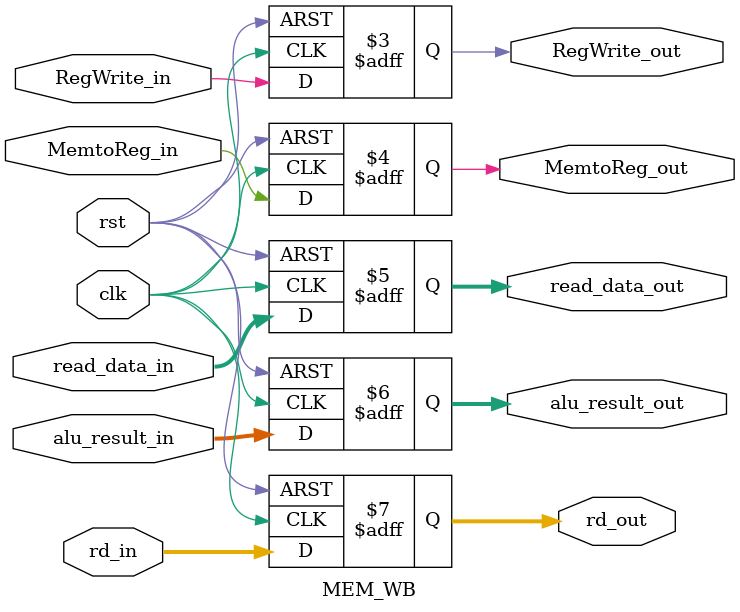
<source format=v>
module MEM_WB(
    input         clk,
    input         rst,
    
    input         RegWrite_in,
    input         MemtoReg_in,
    input  [31:0] read_data_in,
    input  [31:0] alu_result_in,
    input  [4:0]  rd_in,

    output reg        RegWrite_out,
    output reg        MemtoReg_out,

    output reg [31:0] read_data_out,
    output reg [31:0] alu_result_out,
    output reg [4:0]  rd_out
);

always @(posedge clk or negedge rst) begin
    if (~rst) begin
        RegWrite_out   <= 0;
        MemtoReg_out   <= 0;
        read_data_out  <= 0;
        alu_result_out <= 0;
        rd_out         <= 0;
    end else begin
        RegWrite_out   <= RegWrite_in;
        MemtoReg_out   <= MemtoReg_in;
        read_data_out  <= read_data_in;
        alu_result_out <= alu_result_in;
        rd_out         <= rd_in;
    end
end

endmodule 
</source>
